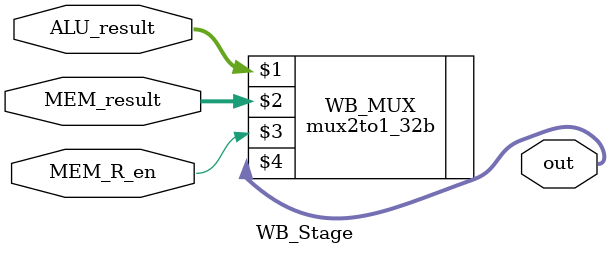
<source format=v>

module WB_Stage(
  input[31:0] ALU_result, MEM_result,
  input MEM_R_en,
  output [31:0] out
);
  
  mux2to1_32b WB_MUX(ALU_result, MEM_result, MEM_R_en, out);
  
endmodule




</source>
